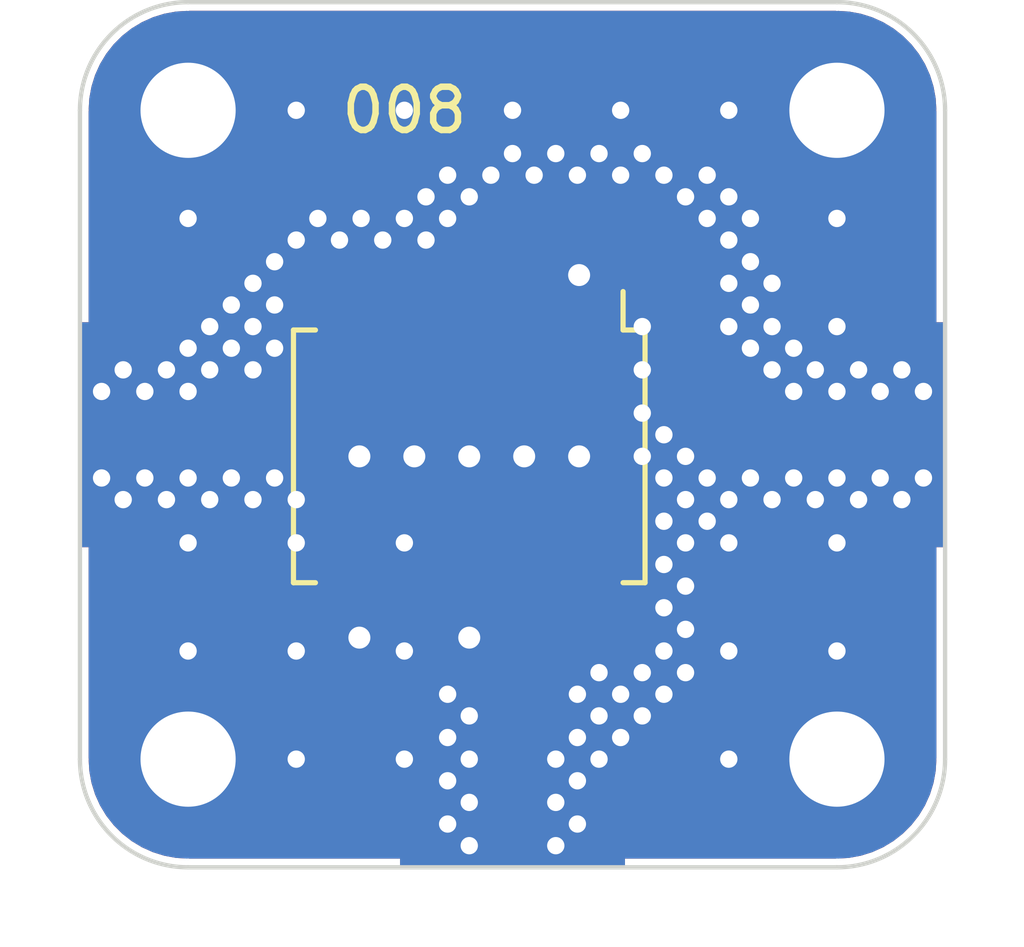
<source format=kicad_pcb>
(kicad_pcb (version 20211014) (generator pcbnew)
  (title_block (title "008 Mixer") (date "2022-01-30") (rev "1") (company "Halidelabs") (comment 1 "contact@halidelabs.eu"))
  (layers (0 "F.Cu" signal) (31 "B.Cu" signal) (35 "F.Paste" user) (37 "F.SilkS" user "F.Silkscreen") (38 "B.Mask" user) (39 "F.Mask" user) (44 "Edge.Cuts" user))
  (net 0 "")
  (net 1 "GND")
  (net 2 "Net-(J1-Pad1)")
  (net 3 "Net-(J2-Pad1)")
  (net 4 "Net-(J3-Pad1)")
  (footprint "modular-rf-bench-footprints:edge-connector" (layer "F.Cu") (at 147.5 87.5 -90)
    (fp_text reference "J2")
    (fp_text value "CONN" hide)
    (pad "1" smd rect (at -1.5 0 270) (size 3 0.8) (layers "F.Cu") (net 3 "Net-(J2-Pad1)"))
    (pad "2" thru_hole circle (at -1 1.5 270) (size 0.8 0.8) (drill 0.4) (layers *.Cu) (net 1 "GND"))
    (pad "2" smd rect (at -1.5 -1.6 270) (size 3 2) (layers "F.Cu") (net 1 "GND"))
    (pad "2" thru_hole circle (at -2 1.5 270) (size 0.8 0.8) (drill 0.4) (layers *.Cu) (net 1 "GND"))
    (pad "2" thru_hole circle (at -1 -1.5 270) (size 0.8 0.8) (drill 0.4) (layers *.Cu) (net 1 "GND"))
    (pad "2" thru_hole circle (at -1.5 1 270) (size 0.8 0.8) (drill 0.4) (layers *.Cu) (net 1 "GND"))
    (pad "2" smd rect (at -1.5 1.6 270) (size 3 2) (layers "F.Cu") (net 1 "GND"))
    (pad "2" thru_hole circle (at -2.5 1 270) (size 0.8 0.8) (drill 0.4) (layers *.Cu) (net 1 "GND"))
    (pad "2" thru_hole circle (at -0.5 -1 270) (size 0.8 0.8) (drill 0.4) (layers *.Cu) (net 1 "GND"))
    (pad "2" thru_hole circle (at -2 -1.5 270) (size 0.8 0.8) (drill 0.4) (layers *.Cu) (net 1 "GND"))
    (pad "2" thru_hole circle (at -0.5 1 270) (size 0.8 0.8) (drill 0.4) (layers *.Cu) (net 1 "GND"))
    (pad "2" thru_hole circle (at -2.5 -1 270) (size 0.8 0.8) (drill 0.4) (layers *.Cu) (net 1 "GND"))
    (pad "2" thru_hole circle (at -1.5 -1 270) (size 0.8 0.8) (drill 0.4) (layers *.Cu) (net 1 "GND"))
    (pad "2" smd rect (at -1.5 0 270) (size 3 5.2) (layers "B.Cu") (net 1 "GND"))
  )
  (footprint "modular-rf-bench-footprints:M2-hole" (layer "F.Cu") (at 140 70)
    (fp_text reference "H3" hide)
    (fp_text value "M2" hide)
    (pad "1" thru_hole circle (at 0 0) (size 3.4 3.4) (drill 2.2) (layers *.Cu *.Mask) (net 1 "GND"))
  )
  (footprint "modular-rf-bench-footprints:edge-connector" (layer "F.Cu") (at 157.5 77.5)
    (fp_text reference "J3")
    (fp_text value "CONN" hide)
    (pad "1" smd rect (at -1.5 0) (size 3 0.8) (layers "F.Cu") (net 4 "Net-(J3-Pad1)"))
    (pad "2" thru_hole circle (at -0.5 1) (size 0.8 0.8) (drill 0.4) (layers *.Cu) (net 1 "GND"))
    (pad "2" smd rect (at -1.5 1.6) (size 3 2) (layers "F.Cu") (net 1 "GND"))
    (pad "2" thru_hole circle (at -2.5 1) (size 0.8 0.8) (drill 0.4) (layers *.Cu) (net 1 "GND"))
    (pad "2" thru_hole circle (at -1 -1.5) (size 0.8 0.8) (drill 0.4) (layers *.Cu) (net 1 "GND"))
    (pad "2" thru_hole circle (at -0.5 -1) (size 0.8 0.8) (drill 0.4) (layers *.Cu) (net 1 "GND"))
    (pad "2" thru_hole circle (at -1.5 -1) (size 0.8 0.8) (drill 0.4) (layers *.Cu) (net 1 "GND"))
    (pad "2" smd rect (at -1.5 0) (size 3 5.2) (layers "B.Cu") (net 1 "GND"))
    (pad "2" thru_hole circle (at -2 1.5) (size 0.8 0.8) (drill 0.4) (layers *.Cu) (net 1 "GND"))
    (pad "2" thru_hole circle (at -1.5 1) (size 0.8 0.8) (drill 0.4) (layers *.Cu) (net 1 "GND"))
    (pad "2" thru_hole circle (at -2 -1.5) (size 0.8 0.8) (drill 0.4) (layers *.Cu) (net 1 "GND"))
    (pad "2" thru_hole circle (at -2.5 -1) (size 0.8 0.8) (drill 0.4) (layers *.Cu) (net 1 "GND"))
    (pad "2" thru_hole circle (at -1 1.5) (size 0.8 0.8) (drill 0.4) (layers *.Cu) (net 1 "GND"))
    (pad "2" smd rect (at -1.5 -1.6) (size 3 2) (layers "F.Cu") (net 1 "GND"))
  )
  (footprint "RF_Mini-Circuits:Mini-Circuits_CD542_LandPatternPL-052" (layer "F.Cu") (at 146.5 78 -90)
    (fp_text reference "U1" hide)
    (fp_text value "ADEX-10")
    (fp_line (start -2.921 4.064) (end 2.921 4.064) (layer "F.SilkS") (width 0.12))
    (fp_line (start 2.921 -4.064) (end -2.921 -4.064) (layer "F.SilkS") (width 0.12))
    (fp_line (start 2.921 -3.556) (end 2.921 -4.064) (layer "F.SilkS") (width 0.12))
    (fp_line (start -2.921 -4.064) (end -2.921 -3.556) (layer "F.SilkS") (width 0.12))
    (fp_line (start -2.921 -3.556) (end -3.81 -3.556) (layer "F.SilkS") (width 0.12))
    (fp_line (start -2.921 3.556) (end -2.921 4.064) (layer "F.SilkS") (width 0.12))
    (fp_line (start 2.921 4.064) (end 2.921 3.556) (layer "F.SilkS") (width 0.12))
    (pad "1" smd rect (at -2.032 -2.54 270) (size 5.334 1.651) (layers "F.Cu") (net 1 "GND"))
    (pad "1" thru_hole circle (at 0 2.54 270) (size 1.016 1.016) (drill 0.508) (layers *.Cu) (net 1 "GND"))
    (pad "1" thru_hole circle (at 0 1.27 270) (size 1.016 1.016) (drill 0.508) (layers *.Cu) (net 1 "GND"))
    (pad "1" thru_hole circle (at 0 -1.27 270) (size 1.016 1.016) (drill 0.508) (layers *.Cu) (net 1 "GND"))
    (pad "1" thru_hole circle (at -4.191 -2.54 270) (size 1.016 1.016) (drill 0.508) (layers *.Cu) (net 1 "GND"))
    (pad "1" thru_hole circle (at 0 -2.54 270) (size 1.016 1.016) (drill 0.508) (layers *.Cu) (net 1 "GND"))
    (pad "1" thru_hole circle (at 0 0 270) (size 1.016 1.016) (drill 0.508) (layers *.Cu) (net 1 "GND"))
    (pad "1" smd rect (at -2.54 -2.54 270) (size 2.54 1.651) (layers "F.Cu" "F.Paste" "F.Mask") (net 1 "GND"))
    (pad "1" smd rect (at 0 0 270) (size 1.27 6.731) (layers "F.Cu") (net 1 "GND"))
    (pad "2" smd rect (at -2.54 0 270) (size 2.54 1.651) (layers "F.Cu" "F.Paste" "F.Mask") (net 4 "Net-(J3-Pad1)") (clearance 0.635))
    (pad "3" smd rect (at -2.54 2.54 270) (size 2.54 1.651) (layers "F.Cu" "F.Paste" "F.Mask") (net 2 "Net-(J1-Pad1)") (clearance 0.635))
    (pad "4" thru_hole circle (at 4.191 2.54 270) (size 1.016 1.016) (drill 0.508) (layers *.Cu) (net 1 "GND"))
    (pad "4" smd rect (at 2.54 2.54 270) (size 2.54 1.651) (layers "F.Cu" "F.Paste" "F.Mask") (net 1 "GND"))
    (pad "4" smd rect (at 2.032 1.27 270) (size 5.334 4.191) (layers "F.Cu") (net 1 "GND"))
    (pad "5" smd rect (at 2.54 0 270) (size 2.54 1.651) (layers "F.Cu" "F.Paste" "F.Mask") (net 1 "GND"))
    (pad "5" thru_hole circle (at 4.191 0 270) (size 1.016 1.016) (drill 0.508) (layers *.Cu) (net 1 "GND"))
    (pad "6" smd rect (at 2.54 -2.54 270) (size 2.54 1.651) (layers "F.Cu" "F.Paste" "F.Mask") (net 3 "Net-(J2-Pad1)") (clearance 0.635))
  )
  (footprint "modular-rf-bench-footprints:M2-hole" (layer "F.Cu") (at 155 85)
    (fp_text reference "H1" hide)
    (fp_text value "M2" hide)
    (pad "1" thru_hole circle (at 0 0) (size 3.4 3.4) (drill 2.2) (layers *.Cu *.Mask) (net 1 "GND"))
  )
  (footprint "modular-rf-bench-footprints:M2-hole" (layer "F.Cu") (at 155 70)
    (fp_text reference "H2" hide)
    (fp_text value "M2" hide)
    (pad "1" thru_hole circle (at 0 0) (size 3.4 3.4) (drill 2.2) (layers *.Cu *.Mask) (net 1 "GND"))
  )
  (footprint "modular-rf-bench-footprints:edge-connector" (layer "F.Cu") (at 137.5 77.5 180)
    (fp_text reference "J1")
    (fp_text value "CONN" hide)
    (pad "1" smd rect (at -1.5 0 180) (size 3 0.8) (layers "F.Cu") (net 2 "Net-(J1-Pad1)"))
    (pad "2" thru_hole circle (at -1.5 -1 180) (size 0.8 0.8) (drill 0.4) (layers *.Cu) (net 1 "GND"))
    (pad "2" smd rect (at -1.5 0 180) (size 3 5.2) (layers "B.Cu") (net 1 "GND"))
    (pad "2" thru_hole circle (at -1 -1.5 180) (size 0.8 0.8) (drill 0.4) (layers *.Cu) (net 1 "GND"))
    (pad "2" thru_hole circle (at -2 1.5 180) (size 0.8 0.8) (drill 0.4) (layers *.Cu) (net 1 "GND"))
    (pad "2" thru_hole circle (at -0.5 -1 180) (size 0.8 0.8) (drill 0.4) (layers *.Cu) (net 1 "GND"))
    (pad "2" thru_hole circle (at -2.5 -1 180) (size 0.8 0.8) (drill 0.4) (layers *.Cu) (net 1 "GND"))
    (pad "2" smd rect (at -1.5 -1.6 180) (size 3 2) (layers "F.Cu") (net 1 "GND"))
    (pad "2" thru_hole circle (at -0.5 1 180) (size 0.8 0.8) (drill 0.4) (layers *.Cu) (net 1 "GND"))
    (pad "2" thru_hole circle (at -2.5 1 180) (size 0.8 0.8) (drill 0.4) (layers *.Cu) (net 1 "GND"))
    (pad "2" smd rect (at -1.5 1.6 180) (size 3 2) (layers "F.Cu") (net 1 "GND"))
    (pad "2" thru_hole circle (at -1 1.5 180) (size 0.8 0.8) (drill 0.4) (layers *.Cu) (net 1 "GND"))
    (pad "2" thru_hole circle (at -2 -1.5 180) (size 0.8 0.8) (drill 0.4) (layers *.Cu) (net 1 "GND"))
    (pad "2" thru_hole circle (at -1.5 1 180) (size 0.8 0.8) (drill 0.4) (layers *.Cu) (net 1 "GND"))
  )
  (footprint "modular-rf-bench-footprints:M2-hole" (layer "F.Cu") (at 140 85)
    (fp_text reference "H4" hide)
    (fp_text value "M2" hide)
    (pad "1" thru_hole circle (at 0 0) (size 3.4 3.4) (drill 2.2) (layers *.Cu *.Mask) (net 1 "GND"))
  )
  (gr_arc (start 140 87.5) (mid 138.232233 86.767767) (end 137.5 85) (layer "Edge.Cuts") (width 0.1))
  (gr_line (start 155 87.5) (end 140 87.5) (layer "Edge.Cuts") (width 0.1))
  (gr_line (start 140 67.5) (end 155 67.5) (layer "Edge.Cuts") (width 0.1))
  (gr_line (start 157.5 70) (end 157.5 85) (layer "Edge.Cuts") (width 0.1))
  (gr_line (start 137.5 85) (end 137.5 70) (layer "Edge.Cuts") (width 0.1))
  (gr_arc (start 157.5 85) (mid 156.767767 86.767767) (end 155 87.5) (layer "Edge.Cuts") (width 0.1))
  (gr_arc (start 155 67.5) (mid 156.767767 68.232233) (end 157.5 70) (layer "Edge.Cuts") (width 0.1))
  (gr_arc (start 137.5 70) (mid 138.232233 68.232233) (end 140 67.5) (layer "Edge.Cuts") (width 0.1))
  (gr_text "008" (at 145 70) (layer "F.SilkS") (effects (font (size 1 1))))
  (via (at 150.5 77) (size 0.8) (drill 0.4) (layers "F.Cu" "B.Cu") (net 1))
  (via (at 151 77.5) (size 0.8) (drill 0.4) (layers "F.Cu" "B.Cu") (net 1))
  (via (at 154 75.5) (size 0.8) (drill 0.4) (layers "F.Cu" "B.Cu") (net 1))
  (via (at 153.5 74) (size 0.8) (drill 0.4) (layers "F.Cu" "B.Cu") (net 1))
  (via (at 141 74.5) (size 0.8) (drill 0.4) (layers "F.Cu" "B.Cu") (net 1))
  (via (at 142.5 82.5) (size 0.8) (drill 0.4) (layers "F.Cu" "B.Cu") (net 1))
  (via (at 153 78.5) (size 0.8) (drill 0.4) (layers "F.Cu" "B.Cu") (net 1))
  (via (at 152.5 73) (size 0.8) (drill 0.4) (layers "F.Cu" "B.Cu") (net 1))
  (via (at 141.5 76) (size 0.8) (drill 0.4) (layers "F.Cu" "B.Cu") (net 1))
  (via (at 147 71.5) (size 0.8) (drill 0.4) (layers "F.Cu" "B.Cu") (net 1))
  (via (at 148.5 71) (size 0.8) (drill 0.4) (layers "F.Cu" "B.Cu") (net 1))
  (via (at 151 83.5) (size 0.8) (drill 0.4) (layers "F.Cu" "B.Cu") (net 1))
  (via (at 152.5 70) (size 0.8) (drill 0.4) (layers "F.Cu" "B.Cu") (net 1))
  (via (at 152.5 82.5) (size 0.8) (drill 0.4) (layers "F.Cu" "B.Cu") (net 1))
  (via (at 146.5 72) (size 0.8) (drill 0.4) (layers "F.Cu" "B.Cu") (net 1))
  (via (at 151.5 78) (size 0.8) (drill 0.4) (layers "F.Cu" "B.Cu") (net 1))
  (via (at 145 85) (size 0.8) (drill 0.4) (layers "F.Cu" "B.Cu") (net 1))
  (via (at 140 82.5) (size 0.8) (drill 0.4) (layers "F.Cu" "B.Cu") (net 1))
  (via (at 153 73.5) (size 0.8) (drill 0.4) (layers "F.Cu" "B.Cu") (net 1))
  (via (at 149 83.5) (size 0.8) (drill 0.4) (layers "F.Cu" "B.Cu") (net 1))
  (via (at 151.5 79) (size 0.8) (drill 0.4) (layers "F.Cu" "B.Cu") (net 1))
  (via (at 143 72.5) (size 0.8) (drill 0.4) (layers "F.Cu" "B.Cu") (net 1))
  (via (at 150 70) (size 0.8) (drill 0.4) (layers "F.Cu" "B.Cu") (net 1))
  (via (at 154 76.5) (size 0.8) (drill 0.4) (layers "F.Cu" "B.Cu") (net 1))
  (via (at 154.5 79) (size 0.8) (drill 0.4) (layers "F.Cu" "B.Cu") (net 1))
  (via (at 145.5 72) (size 0.8) (drill 0.4) (layers "F.Cu" "B.Cu") (net 1))
  (via (at 152 72.5) (size 0.8) (drill 0.4) (layers "F.Cu" "B.Cu") (net 1))
  (via (at 150 83.5) (size 0.8) (drill 0.4) (layers "F.Cu" "B.Cu") (net 1))
  (via (at 153 75.5) (size 0.8) (drill 0.4) (layers "F.Cu" "B.Cu") (net 1))
  (via (at 150 84.5) (size 0.8) (drill 0.4) (layers "F.Cu" "B.Cu") (net 1))
  (via (at 149.5 84) (size 0.8) (drill 0.4) (layers "F.Cu" "B.Cu") (net 1))
  (via (at 151.5 82) (size 0.8) (drill 0.4) (layers "F.Cu" "B.Cu") (net 1))
  (via (at 151 78.5) (size 0.8) (drill 0.4) (layers "F.Cu" "B.Cu") (net 1))
  (via (at 148 71.5) (size 0.8) (drill 0.4) (layers "F.Cu" "B.Cu") (net 1))
  (via (at 142.5 80) (size 0.8) (drill 0.4) (layers "F.Cu" "B.Cu") (net 1))
  (via (at 142.5 79) (size 0.8) (drill 0.4) (layers "F.Cu" "B.Cu") (net 1))
  (via (at 146 84.5) (size 0.8) (drill 0.4) (layers "F.Cu" "B.Cu") (net 1))
  (via (at 141 78.5) (size 0.8) (drill 0.4) (layers "F.Cu" "B.Cu") (net 1))
  (via (at 152 78.5) (size 0.8) (drill 0.4) (layers "F.Cu" "B.Cu") (net 1))
  (via (at 150.5 76) (size 0.8) (drill 0.4) (layers "F.Cu" "B.Cu") (net 1))
  (via (at 155 72.5) (size 0.8) (drill 0.4) (layers "F.Cu" "B.Cu") (net 1))
  (via (at 152.5 74) (size 0.8) (drill 0.4) (layers "F.Cu" "B.Cu") (net 1))
  (via (at 152.5 85) (size 0.8) (drill 0.4) (layers "F.Cu" "B.Cu") (net 1))
  (via (at 142.5 70) (size 0.8) (drill 0.4) (layers "F.Cu" "B.Cu") (net 1))
  (via (at 152.5 75) (size 0.8) (drill 0.4) (layers "F.Cu" "B.Cu") (net 1))
  (via (at 153 74.5) (size 0.8) (drill 0.4) (layers "F.Cu" "B.Cu") (net 1))
  (via (at 142.5 85) (size 0.8) (drill 0.4) (layers "F.Cu" "B.Cu") (net 1))
  (via (at 140 80) (size 0.8) (drill 0.4) (layers "F.Cu" "B.Cu") (net 1))
  (via (at 152.5 80) (size 0.8) (drill 0.4) (layers "F.Cu" "B.Cu") (net 1))
  (via (at 142 74.5) (size 0.8) (drill 0.4) (layers "F.Cu" "B.Cu") (net 1))
  (via (at 149 84.5) (size 0.8) (drill 0.4) (layers "F.Cu" "B.Cu") (net 1))
  (via (at 151 81.5) (size 0.8) (drill 0.4) (layers "F.Cu" "B.Cu") (net 1))
  (via (at 144 72.5) (size 0.8) (drill 0.4) (layers "F.Cu" "B.Cu") (net 1))
  (via (at 151.5 80) (size 0.8) (drill 0.4) (layers "F.Cu" "B.Cu") (net 1))
  (via (at 152.5 72) (size 0.8) (drill 0.4) (layers "F.Cu" "B.Cu") (net 1))
  (via (at 151 82.5) (size 0.8) (drill 0.4) (layers "F.Cu" "B.Cu") (net 1))
  (via (at 146 83.5) (size 0.8) (drill 0.4) (layers "F.Cu" "B.Cu") (net 1))
  (via (at 155 82.5) (size 0.8) (drill 0.4) (layers "F.Cu" "B.Cu") (net 1))
  (via (at 141.5 75) (size 0.8) (drill 0.4) (layers "F.Cu" "B.Cu") (net 1))
  (via (at 149.5 83) (size 0.8) (drill 0.4) (layers "F.Cu" "B.Cu") (net 1))
  (via (at 146 72.5) (size 0.8) (drill 0.4) (layers "F.Cu" "B.Cu") (net 1))
  (via (at 149.5 71) (size 0.8) (drill 0.4) (layers "F.Cu" "B.Cu") (net 1))
  (via (at 141 75.5) (size 0.8) (drill 0.4) (layers "F.Cu" "B.Cu") (net 1))
  (via (at 143.5 73) (size 0.8) (drill 0.4) (layers "F.Cu" "B.Cu") (net 1))
  (via (at 151.5 81) (size 0.8) (drill 0.4) (layers "F.Cu" "B.Cu") (net 1))
  (via (at 140.5 79) (size 0.8) (drill 0.4) (layers "F.Cu" "B.Cu") (net 1))
  (via (at 150.5 71) (size 0.8) (drill 0.4) (layers "F.Cu" "B.Cu") (net 1))
  (via (at 151.5 83) (size 0.8) (drill 0.4) (layers "F.Cu" "B.Cu") (net 1))
  (via (at 145 82.5) (size 0.8) (drill 0.4) (layers "F.Cu" "B.Cu") (net 1))
  (via (at 155 80) (size 0.8) (drill 0.4) (layers "F.Cu" "B.Cu") (net 1))
  (via (at 153 72.5) (size 0.8) (drill 0.4) (layers "F.Cu" "B.Cu") (net 1))
  (via (at 153.5 75) (size 0.8) (drill 0.4) (layers "F.Cu" "B.Cu") (net 1))
  (via (at 142 75.5) (size 0.8) (drill 0.4) (layers "F.Cu" "B.Cu") (net 1))
  (via (at 150.5 75) (size 0.8) (drill 0.4) (layers "F.Cu" "B.Cu") (net 1))
  (via (at 145 70) (size 0.8) (drill 0.4) (layers "F.Cu" "B.Cu") (net 1))
  (via (at 144.5 73) (size 0.8) (drill 0.4) (layers "F.Cu" "B.Cu") (net 1))
  (via (at 149.5 85) (size 0.8) (drill 0.4) (layers "F.Cu" "B.Cu") (net 1))
  (via (at 151 71.5) (size 0.8) (drill 0.4) (layers "F.Cu" "B.Cu") (net 1))
  (via (at 153.5 76) (size 0.8) (drill 0.4) (layers "F.Cu" "B.Cu") (net 1))
  (via (at 142 73.5) (size 0.8) (drill 0.4) (layers "F.Cu" "B.Cu") (net 1))
  (via (at 150.5 78) (size 0.8) (drill 0.4) (layers "F.Cu" "B.Cu") (net 1))
  (via (at 154.5 76) (size 0.8) (drill 0.4) (layers "F.Cu" "B.Cu") (net 1))
  (via (at 151.5 72) (size 0.8) (drill 0.4) (layers "F.Cu" "B.Cu") (net 1))
  (via (at 142.5 73) (size 0.8) (drill 0.4) (layers "F.Cu" "B.Cu") (net 1))
  (via (at 140 75.5) (size 0.8) (drill 0.4) (layers "F.Cu" "B.Cu") (net 1))
  (via (at 145 80) (size 0.8) (drill 0.4) (layers "F.Cu" "B.Cu") (net 1))
  (via (at 155 75) (size 0.8) (drill 0.4) (layers "F.Cu" "B.Cu") (net 1))
  (via (at 151 80.5) (size 0.8) (drill 0.4) (layers "F.Cu" "B.Cu") (net 1))
  (via (at 153.5 79) (size 0.8) (drill 0.4) (layers "F.Cu" "B.Cu") (net 1))
  (via (at 147.5 70) (size 0.8) (drill 0.4) (layers "F.Cu" "B.Cu") (net 1))
  (via (at 145 72.5) (size 0.8) (drill 0.4) (layers "F.Cu" "B.Cu") (net 1))
  (via (at 150.5 83) (size 0.8) (drill 0.4) (layers "F.Cu" "B.Cu") (net 1))
  (via (at 146 71.5) (size 0.8) (drill 0.4) (layers "F.Cu" "B.Cu") (net 1))
  (via (at 150 71.5) (size 0.8) (drill 0.4) (layers "F.Cu" "B.Cu") (net 1))
  (via (at 149 71.5) (size 0.8) (drill 0.4) (layers "F.Cu" "B.Cu") (net 1))
  (via (at 152 71.5) (size 0.8) (drill 0.4) (layers "F.Cu" "B.Cu") (net 1))
  (via (at 142 78.5) (size 0.8) (drill 0.4) (layers "F.Cu" "B.Cu") (net 1))
  (via (at 140 72.5) (size 0.8) (drill 0.4) (layers "F.Cu" "B.Cu") (net 1))
  (via (at 141.5 74) (size 0.8) (drill 0.4) (layers "F.Cu" "B.Cu") (net 1))
  (via (at 141.5 79) (size 0.8) (drill 0.4) (layers "F.Cu" "B.Cu") (net 1))
  (via (at 140.5 76) (size 0.8) (drill 0.4) (layers "F.Cu" "B.Cu") (net 1))
  (via (at 151 79.5) (size 0.8) (drill 0.4) (layers "F.Cu" "B.Cu") (net 1))
  (via (at 154 78.5) (size 0.8) (drill 0.4) (layers "F.Cu" "B.Cu") (net 1))
  (via (at 152.5 79) (size 0.8) (drill 0.4) (layers "F.Cu" "B.Cu") (net 1))
  (via (at 140.5 75) (size 0.8) (drill 0.4) (layers "F.Cu" "B.Cu") (net 1))
  (via (at 150.5 84) (size 0.8) (drill 0.4) (layers "F.Cu" "B.Cu") (net 1))
  (via (at 152 79.5) (size 0.8) (drill 0.4) (layers "F.Cu" "B.Cu") (net 1))
  (via (at 146.5 84) (size 0.8) (drill 0.4) (layers "F.Cu" "B.Cu") (net 1))
  (via (at 145.5 73) (size 0.8) (drill 0.4) (layers "F.Cu" "B.Cu") (net 1))
  (via (at 147.5 71) (size 0.8) (drill 0.4) (layers "F.Cu" "B.Cu") (net 1))
  (segment (start 142.79868 76.62132) (end 143.96 75.46) (width 0.8) (layer "F.Cu") (net 2))
  (segment (start 139 77.5) (end 140.677359 77.5) (width 0.8) (layer "F.Cu") (net 2))
  (arc (start 142.79868 76.62132) (mid 141.82541 77.271639) (end 140.677359 77.5) (width 0.8) (layer "F.Cu") (net 2))
  (segment (start 149.04 81.545786) (end 149.04 80.54) (width 0.8) (layer "F.Cu") (net 3))
  (segment (start 148.37868 82.62132) (end 148.747107 82.252893) (width 0.8) (layer "F.Cu") (net 3))
  (segment (start 147.5 86) (end 147.5 84.742641) (width 0.8) (layer "F.Cu") (net 3))
  (arc (start 149.04 81.545786) (mid 148.96388 81.928469) (end 148.747107 82.252893) (width 0.8) (layer "F.Cu") (net 3))
  (arc (start 148.37868 82.62132) (mid 147.728361 83.59459) (end 147.5 84.742641) (width 0.8) (layer "F.Cu") (net 3))
  (segment (start 148.5 72.5) (end 149.5 72.5) (width 0.8) (layer "F.Cu") (net 4))
  (segment (start 146.5 75.46) (end 146.5 74.5) (width 0.8) (layer "F.Cu") (net 4))
  (segment (start 151.5 74.5) (end 151.5 75.5) (width 0.8) (layer "F.Cu") (net 4))
  (segment (start 153.5 77.5) (end 156 77.5) (width 0.8) (layer "F.Cu") (net 4))
  (arc (start 149.5 72.5) (mid 150.914214 73.085786) (end 151.5 74.5) (width 0.8) (layer "F.Cu") (net 4))
  (arc (start 146.5 74.5) (mid 147.085786 73.085786) (end 148.5 72.5) (width 0.8) (layer "F.Cu") (net 4))
  (arc (start 151.5 75.5) (mid 152.085786 76.914214) (end 153.5 77.5) (width 0.8) (layer "F.Cu") (net 4))
  (zone (net 1) (net_name "GND") (layers F&B.Cu) (name "GND") (connect_pads yes (clearance 0.2)) (min_thickness 0.2) (fill yes (thermal_gap 0.508) (thermal_bridge_width 0.508))
    (polygon (pts (xy 157.5 87.5) (xy 137.5 87.5) (xy 137.5 67.5) (xy 157.5 67.5)))
  )
)
</source>
